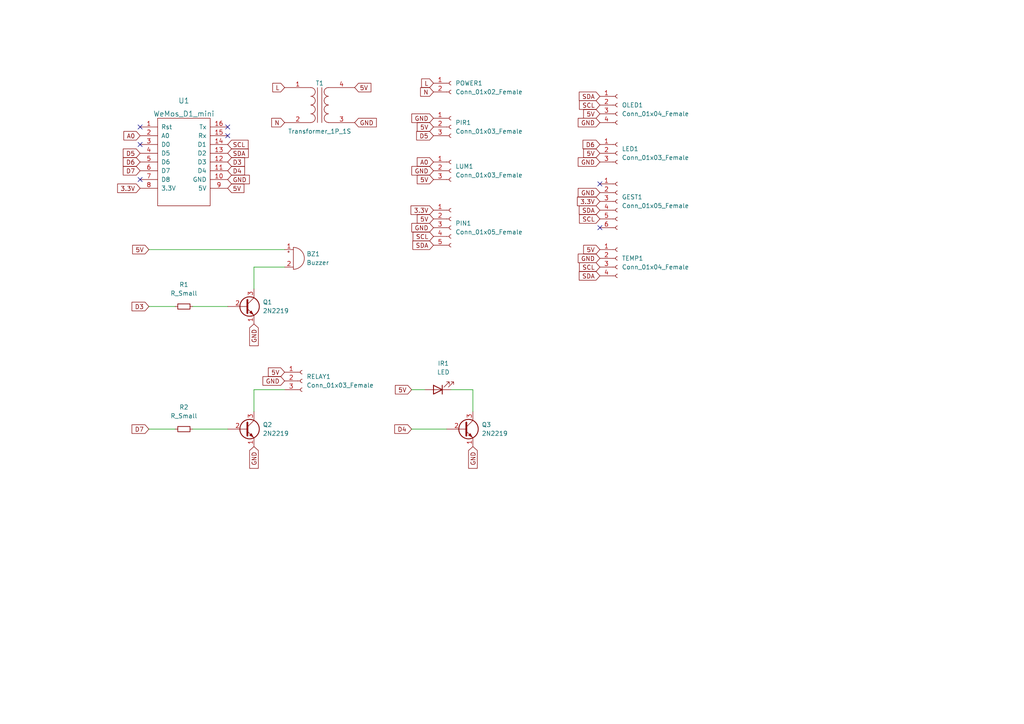
<source format=kicad_sch>
(kicad_sch (version 20211123) (generator eeschema)
  (paper "A4")
  (lib_symbols
    (symbol "Connector:Conn_01x02_Female" (pin_names (offset 1.016) hide)
      (property "Reference" "J" (at 0 2.54 0))
      (property "Value" "Conn_01x02_Female" (at 0 -5.08 0))
      (symbol "Conn_01x02_Female_1_1"
        (arc (start 0 -2.032) (mid -0.508 -2.54) (end 0 -3.048) (stroke (width 0.1524)))
        (polyline (pts (xy -1.27 -2.54) (xy -0.508 -2.54)) (stroke (width 0.1524)))
        (polyline (pts (xy -1.27 0) (xy -0.508 0)) (stroke (width 0.1524)))
        (arc (start 0 0.508) (mid -0.508 0) (end 0 -0.508) (stroke (width 0.1524)))
        (pin passive line (at -5.08 0 0) (length 3.81) (name "Pin_1") (number "1"))
        (pin passive line (at -5.08 -2.54 0) (length 3.81) (name "Pin_2") (number "2"))
      )
    )
    (symbol "Connector:Conn_01x03_Female" (pin_names (offset 1.016) hide)
      (property "Reference" "J" (at 0 5.08 0))
      (property "Value" "Conn_01x03_Female" (at 0 -5.08 0))
      (symbol "Conn_01x03_Female_1_1"
        (arc (start 0 -2.032) (mid -0.508 -2.54) (end 0 -3.048) (stroke (width 0.1524)))
        (polyline (pts (xy -1.27 -2.54) (xy -0.508 -2.54)) (stroke (width 0.1524)))
        (polyline (pts (xy -1.27 0) (xy -0.508 0)) (stroke (width 0.1524)))
        (polyline (pts (xy -1.27 2.54) (xy -0.508 2.54)) (stroke (width 0.1524)))
        (arc (start 0 0.508) (mid -0.508 0) (end 0 -0.508) (stroke (width 0.1524)))
        (arc (start 0 3.048) (mid -0.508 2.54) (end 0 2.032) (stroke (width 0.1524)))
        (pin passive line (at -5.08 2.54 0) (length 3.81) (name "Pin_1") (number "1"))
        (pin passive line (at -5.08 0 0) (length 3.81) (name "Pin_2") (number "2"))
        (pin passive line (at -5.08 -2.54 0) (length 3.81) (name "Pin_3") (number "3"))
      )
    )
    (symbol "Connector:Conn_01x04_Female" (pin_names (offset 1.016) hide)
      (property "Reference" "J" (at 0 5.08 0))
      (property "Value" "Conn_01x04_Female" (at 0 -7.62 0))
      (symbol "Conn_01x04_Female_1_1"
        (arc (start 0 -4.572) (mid -0.508 -5.08) (end 0 -5.588) (stroke (width 0.1524)))
        (arc (start 0 -2.032) (mid -0.508 -2.54) (end 0 -3.048) (stroke (width 0.1524)))
        (polyline (pts (xy -1.27 -5.08) (xy -0.508 -5.08)) (stroke (width 0.1524)))
        (polyline (pts (xy -1.27 -2.54) (xy -0.508 -2.54)) (stroke (width 0.1524)))
        (polyline (pts (xy -1.27 0) (xy -0.508 0)) (stroke (width 0.1524)))
        (polyline (pts (xy -1.27 2.54) (xy -0.508 2.54)) (stroke (width 0.1524)))
        (arc (start 0 0.508) (mid -0.508 0) (end 0 -0.508) (stroke (width 0.1524)))
        (arc (start 0 3.048) (mid -0.508 2.54) (end 0 2.032) (stroke (width 0.1524)))
        (pin passive line (at -5.08 2.54 0) (length 3.81) (name "Pin_1") (number "1"))
        (pin passive line (at -5.08 0 0) (length 3.81) (name "Pin_2") (number "2"))
        (pin passive line (at -5.08 -2.54 0) (length 3.81) (name "Pin_3") (number "3"))
        (pin passive line (at -5.08 -5.08 0) (length 3.81) (name "Pin_4") (number "4"))
      )
    )
    (symbol "Connector:Conn_01x05_Female" (pin_names (offset 1.016) hide)
      (property "Reference" "J" (at 0 7.62 0))
      (property "Value" "Conn_01x05_Female" (at 0 -7.62 0))
      (symbol "Conn_01x05_Female_1_1"
        (arc (start 0 -4.572) (mid -0.508 -5.08) (end 0 -5.588) (stroke (width 0.1524)))
        (arc (start 0 -2.032) (mid -0.508 -2.54) (end 0 -3.048) (stroke (width 0.1524)))
        (polyline (pts (xy -1.27 -5.08) (xy -0.508 -5.08)) (stroke (width 0.1524)))
        (polyline (pts (xy -1.27 -2.54) (xy -0.508 -2.54)) (stroke (width 0.1524)))
        (polyline (pts (xy -1.27 0) (xy -0.508 0)) (stroke (width 0.1524)))
        (polyline (pts (xy -1.27 2.54) (xy -0.508 2.54)) (stroke (width 0.1524)))
        (polyline (pts (xy -1.27 5.08) (xy -0.508 5.08)) (stroke (width 0.1524)))
        (arc (start 0 0.508) (mid -0.508 0) (end 0 -0.508) (stroke (width 0.1524)))
        (arc (start 0 3.048) (mid -0.508 2.54) (end 0 2.032) (stroke (width 0.1524)))
        (arc (start 0 5.588) (mid -0.508 5.08) (end 0 4.572) (stroke (width 0.1524)))
        (pin passive line (at -5.08 5.08 0) (length 3.81) (name "Pin_1") (number "1"))
        (pin passive line (at -5.08 2.54 0) (length 3.81) (name "Pin_2") (number "2"))
        (pin passive line (at -5.08 0 0) (length 3.81) (name "Pin_3") (number "3"))
        (pin passive line (at -5.08 -2.54 0) (length 3.81) (name "Pin_4") (number "4"))
        (pin passive line (at -5.08 -5.08 0) (length 3.81) (name "Pin_5") (number "5"))
      )
    )
    (symbol "Connector:Conn_01x06_Female" (pin_names (offset 1.016) hide)
      (property "Reference" "J" (at 0 7.62 0))
      (property "Value" "Conn_01x06_Female" (at 0 -10.16 0))
      (symbol "Conn_01x06_Female_1_1"
        (arc (start 0 -7.112) (mid -0.508 -7.62) (end 0 -8.128) (stroke (width 0.1524)))
        (arc (start 0 -4.572) (mid -0.508 -5.08) (end 0 -5.588) (stroke (width 0.1524)))
        (arc (start 0 -2.032) (mid -0.508 -2.54) (end 0 -3.048) (stroke (width 0.1524)))
        (polyline (pts (xy -1.27 -7.62) (xy -0.508 -7.62)) (stroke (width 0.1524)))
        (polyline (pts (xy -1.27 -5.08) (xy -0.508 -5.08)) (stroke (width 0.1524)))
        (polyline (pts (xy -1.27 -2.54) (xy -0.508 -2.54)) (stroke (width 0.1524)))
        (polyline (pts (xy -1.27 0) (xy -0.508 0)) (stroke (width 0.1524)))
        (polyline (pts (xy -1.27 2.54) (xy -0.508 2.54)) (stroke (width 0.1524)))
        (polyline (pts (xy -1.27 5.08) (xy -0.508 5.08)) (stroke (width 0.1524)))
        (arc (start 0 0.508) (mid -0.508 0) (end 0 -0.508) (stroke (width 0.1524)))
        (arc (start 0 3.048) (mid -0.508 2.54) (end 0 2.032) (stroke (width 0.1524)))
        (arc (start 0 5.588) (mid -0.508 5.08) (end 0 4.572) (stroke (width 0.1524)))
        (pin passive line (at -5.08 5.08 0) (length 3.81) (name "Pin_1") (number "1"))
        (pin passive line (at -5.08 2.54 0) (length 3.81) (name "Pin_2") (number "2"))
        (pin passive line (at -5.08 0 0) (length 3.81) (name "Pin_3") (number "3"))
        (pin passive line (at -5.08 -2.54 0) (length 3.81) (name "Pin_4") (number "4"))
        (pin passive line (at -5.08 -5.08 0) (length 3.81) (name "Pin_5") (number "5"))
        (pin passive line (at -5.08 -7.62 0) (length 3.81) (name "Pin_6") (number "6"))
      )
    )
    (symbol "Device:Buzzer" (pin_names (offset 0.0254) hide)
      (property "Reference" "BZ" (at 3.81 1.27 0))
      (property "Value" "Buzzer" (at 3.81 -1.27 0))
      (symbol "Buzzer_0_1"
        (arc (start 0 -3.175) (mid 3.175 0) (end 0 3.175))
        (polyline (pts (xy -1.651 1.905) (xy -1.143 1.905)))
        (polyline (pts (xy -1.397 2.159) (xy -1.397 1.651)))
        (polyline (pts (xy 0 3.175) (xy 0 -3.175)))
      )
      (symbol "Buzzer_1_1"
        (pin passive line (at -2.54 2.54 0) (length 2.54) (name "-") (number "1"))
        (pin passive line (at -2.54 -2.54 0) (length 2.54) (name "+") (number "2"))
      )
    )
    (symbol "Device:LED" (pin_numbers hide) (pin_names (offset 1.016) hide)
      (property "Reference" "D" (at 0 2.54 0))
      (property "Value" "LED" (at 0 -2.54 0))
      (symbol "LED_0_1"
        (polyline (pts (xy -1.27 -1.27) (xy -1.27 1.27)) (stroke (width 0.254)))
        (polyline (pts (xy -1.27 0) (xy 1.27 0)))
        (polyline (pts (xy 1.27 -1.27) (xy 1.27 1.27) (xy -1.27 0) (xy 1.27 -1.27)) (stroke (width 0.254)))
        (polyline (pts (xy -3.048 -0.762) (xy -4.572 -2.286) (xy -3.81 -2.286) (xy -4.572 -2.286) (xy -4.572 -1.524)))
        (polyline (pts (xy -1.778 -0.762) (xy -3.302 -2.286) (xy -2.54 -2.286) (xy -3.302 -2.286) (xy -3.302 -1.524)))
      )
      (symbol "LED_1_1"
        (pin passive line (at -3.81 0 0) (length 2.54) (name "K") (number "1"))
        (pin passive line (at 3.81 0 180) (length 2.54) (name "A") (number "2"))
      )
    )
    (symbol "Device:R_Small" (pin_numbers hide) (pin_names (offset 0.254) hide)
      (property "Reference" "R" (at 0.762 0.508 0))
      (property "Value" "R_Small" (at 0.762 -1.016 0))
      (symbol "R_Small_0_1"
        (rectangle (start -0.762 1.778) (end 0.762 -1.778) (stroke (width 0.2032)))
      )
      (symbol "R_Small_1_1"
        (pin passive line (at 0 2.54 270) (length 0.762) (name "~") (number "1"))
        (pin passive line (at 0 -2.54 90) (length 0.762) (name "~") (number "2"))
      )
    )
    (symbol "Transistor_BJT:2N2219" (pin_names (offset 0) hide)
      (property "Reference" "Q" (at 5.08 1.905 0))
      (property "Value" "2N2219" (at 5.08 0 0))
      (symbol "2N2219_0_1"
        (polyline (pts (xy 0.635 0.635) (xy 2.54 2.54)))
        (polyline (pts (xy 0.635 -0.635) (xy 2.54 -2.54) (xy 2.54 -2.54)))
        (polyline (pts (xy 0.635 1.905) (xy 0.635 -1.905) (xy 0.635 -1.905)) (stroke (width 0.508)))
        (polyline (pts (xy 1.27 -1.778) (xy 1.778 -1.27) (xy 2.286 -2.286) (xy 1.27 -1.778) (xy 1.27 -1.778)) (fill (type outline)))
        (circle (center 1.27 0) (radius 2.8194) (stroke (width 0.254)))
      )
      (symbol "2N2219_1_1"
        (pin passive line (at 2.54 -5.08 90) (length 2.54) (name "E") (number "1"))
        (pin passive line (at -5.08 0 0) (length 5.715) (name "B") (number "2"))
        (pin passive line (at 2.54 5.08 270) (length 2.54) (name "C") (number "3"))
      )
    )
    (symbol "custom:Transformer_1P_1S" (pin_names (offset 1.016) hide)
      (property "Reference" "T" (at 0 6.35 0))
      (property "Value" "Transformer_1P_1S" (at 0 -7.62 0))
      (symbol "Transformer_1P_1S_0_1"
        (arc (start -2.54 -5.0546) (mid -1.6599 -4.6901) (end -1.27 -3.81))
        (arc (start -2.54 -2.5146) (mid -1.6599 -2.1501) (end -1.27 -1.27))
        (arc (start -2.54 0.0254) (mid -1.6599 0.3899) (end -1.27 1.27))
        (arc (start -2.54 2.5654) (mid -1.6599 2.9299) (end -1.27 3.81))
        (arc (start -1.27 -3.81) (mid -1.642 -2.912) (end -2.54 -2.54))
        (arc (start -1.27 -1.27) (mid -1.642 -0.372) (end -2.54 0))
        (arc (start -1.27 1.27) (mid -1.642 2.168) (end -2.54 2.54))
        (arc (start -1.27 3.81) (mid -1.642 4.708) (end -2.54 5.08))
        (polyline (pts (xy -0.635 5.08) (xy -0.635 -5.08)))
        (polyline (pts (xy 0.635 -5.08) (xy 0.635 5.08)))
        (arc (start 1.2954 -1.27) (mid 1.6599 -2.1501) (end 2.54 -2.5146))
        (arc (start 1.2954 1.27) (mid 1.6599 0.3899) (end 2.54 0.0254))
        (arc (start 1.2954 3.81) (mid 1.6599 2.9299) (end 2.54 2.5654))
        (arc (start 1.3208 -3.81) (mid 1.6853 -4.6901) (end 2.5654 -5.0546))
        (arc (start 2.54 0) (mid 1.642 -0.372) (end 1.2954 -1.27))
        (arc (start 2.54 2.54) (mid 1.642 2.168) (end 1.2954 1.27))
        (arc (start 2.54 5.08) (mid 1.642 4.708) (end 1.2954 3.81))
        (arc (start 2.5654 -2.54) (mid 1.6674 -2.912) (end 1.3208 -3.81))
      )
      (symbol "Transformer_1P_1S_1_1"
        (pin passive line (at -10.16 5.08 0) (length 7.62) (name "AA") (number "1"))
        (pin passive line (at -10.16 -5.08 0) (length 7.62) (name "AB") (number "2"))
        (pin power_out line (at 10.16 -5.08 180) (length 7.62) (name "SA") (number "3"))
        (pin power_out line (at 10.16 5.08 180) (length 7.62) (name "SB") (number "4"))
      )
    )
    (symbol "wemos_mini:WeMos_D1_mini" (pin_names (offset 1.016))
      (property "Reference" "U" (at 0 12.7 0))
      (property "Value" "WeMos_D1_mini" (at 0 -12.7 0))
      (symbol "WeMos_D1_mini_0_1"
        (rectangle (start -7.62 11.43) (end 7.62 -13.97))
      )
      (symbol "WeMos_D1_mini_1_1"
        (pin bidirectional line (at -12.7 8.89 0) (length 5.08) (name "Rst") (number "1"))
        (pin power_in line (at 12.7 -6.35 180) (length 5.08) (name "GND") (number "10"))
        (pin bidirectional line (at 12.7 -3.81 180) (length 5.08) (name "D4") (number "11"))
        (pin bidirectional line (at 12.7 -1.27 180) (length 5.08) (name "D3") (number "12"))
        (pin bidirectional line (at 12.7 1.27 180) (length 5.08) (name "D2") (number "13"))
        (pin bidirectional line (at 12.7 3.81 180) (length 5.08) (name "D1") (number "14"))
        (pin bidirectional line (at 12.7 6.35 180) (length 5.08) (name "Rx") (number "15"))
        (pin bidirectional line (at 12.7 8.89 180) (length 5.08) (name "Tx") (number "16"))
        (pin bidirectional line (at -12.7 6.35 0) (length 5.08) (name "A0") (number "2"))
        (pin bidirectional line (at -12.7 3.81 0) (length 5.08) (name "D0") (number "3"))
        (pin bidirectional line (at -12.7 1.27 0) (length 5.08) (name "D5") (number "4"))
        (pin bidirectional line (at -12.7 -1.27 0) (length 5.08) (name "D6") (number "5"))
        (pin bidirectional line (at -12.7 -3.81 0) (length 5.08) (name "D7") (number "6"))
        (pin bidirectional line (at -12.7 -6.35 0) (length 5.08) (name "D8") (number "7"))
        (pin power_out line (at -12.7 -8.89 0) (length 5.08) (name "3.3V") (number "8"))
        (pin power_in line (at 12.7 -8.89 180) (length 5.08) (name "5V") (number "9"))
      )
    )
  )
  (no_connect (at 40.64 52.07))
  (no_connect (at 66.04 39.37))
  (no_connect (at 40.64 36.83))
  (no_connect (at 66.04 36.83))
  (no_connect (at 40.64 41.91))
  (no_connect (at 173.99 53.34))
  (no_connect (at 173.99 66.04))
  (wire (pts (xy 55.88 88.9) (xy 66.04 88.9)))
  (wire (pts (xy 55.88 124.46) (xy 66.04 124.46)))
  (wire (pts (xy 43.18 72.39) (xy 82.55 72.39)))
  (wire (pts (xy 119.38 124.46) (xy 129.54 124.46)))
  (wire (pts (xy 137.16 113.03) (xy 137.16 119.38)))
  (wire (pts (xy 130.81 113.03) (xy 137.16 113.03)))
  (wire (pts (xy 82.55 77.47) (xy 73.66 77.47)))
  (wire (pts (xy 73.66 77.47) (xy 73.66 83.82)))
  (wire (pts (xy 43.18 88.9) (xy 50.8 88.9)))
  (wire (pts (xy 82.55 113.03) (xy 73.66 113.03)))
  (wire (pts (xy 43.18 124.46) (xy 50.8 124.46)))
  (wire (pts (xy 73.66 113.03) (xy 73.66 119.38)))
  (wire (pts (xy 119.38 113.03) (xy 123.19 113.03)))
  (global_label "GND" (shape input) (at 173.99 74.93 180) (property "Intersheet References" "${INTERSHEET_REFS}" (effects hide)))
  (global_label "D4" (shape input) (at 66.04 49.53 0) (property "Intersheet References" "${INTERSHEET_REFS}" (effects hide)))
  (global_label "GND" (shape input) (at 137.16 129.54 270) (property "Intersheet References" "${INTERSHEET_REFS}" (effects hide)))
  (global_label "L" (shape input) (at 82.55 25.4 180) (property "Intersheet References" "${INTERSHEET_REFS}" (effects hide)))
  (global_label "5V" (shape input) (at 173.99 72.39 180) (property "Intersheet References" "${INTERSHEET_REFS}" (effects hide)))
  (global_label "SCL" (shape input) (at 125.73 68.58 180) (property "Intersheet References" "${INTERSHEET_REFS}" (effects hide)))
  (global_label "3.3V" (shape input) (at 40.64 54.61 180) (property "Intersheet References" "${INTERSHEET_REFS}" (effects hide)))
  (global_label "3.3V" (shape input) (at 173.99 58.42 180) (property "Intersheet References" "${INTERSHEET_REFS}" (effects hide)))
  (global_label "SDA" (shape input) (at 173.99 80.01 180) (property "Intersheet References" "${INTERSHEET_REFS}" (effects hide)))
  (global_label "D3" (shape input) (at 66.04 46.99 0) (property "Intersheet References" "${INTERSHEET_REFS}" (effects hide)))
  (global_label "SDA" (shape input) (at 173.99 27.94 180) (property "Intersheet References" "${INTERSHEET_REFS}" (effects hide)))
  (global_label "A0" (shape input) (at 40.64 39.37 180) (property "Intersheet References" "${INTERSHEET_REFS}" (effects hide)))
  (global_label "SCL" (shape input) (at 66.04 41.91 0) (property "Intersheet References" "${INTERSHEET_REFS}" (effects hide)))
  (global_label "D7" (shape input) (at 40.64 49.53 180) (property "Intersheet References" "${INTERSHEET_REFS}" (effects hide)))
  (global_label "D5" (shape input) (at 125.73 39.37 180) (property "Intersheet References" "${INTERSHEET_REFS}" (effects hide)))
  (global_label "5V" (shape input) (at 102.87 25.4 0) (property "Intersheet References" "${INTERSHEET_REFS}" (effects hide)))
  (global_label "5V" (shape input) (at 119.38 113.03 180) (property "Intersheet References" "${INTERSHEET_REFS}" (effects hide)))
  (global_label "GND" (shape input) (at 125.73 49.53 180) (property "Intersheet References" "${INTERSHEET_REFS}" (effects hide)))
  (global_label "SDA" (shape input) (at 66.04 44.45 0) (property "Intersheet References" "${INTERSHEET_REFS}" (effects hide)))
  (global_label "SDA" (shape input) (at 125.73 71.12 180) (property "Intersheet References" "${INTERSHEET_REFS}" (effects hide)))
  (global_label "GND" (shape input) (at 102.87 35.56 0) (property "Intersheet References" "${INTERSHEET_REFS}" (effects hide)))
  (global_label "5V" (shape input) (at 125.73 36.83 180) (property "Intersheet References" "${INTERSHEET_REFS}" (effects hide)))
  (global_label "D6" (shape input) (at 173.99 41.91 180) (property "Intersheet References" "${INTERSHEET_REFS}" (effects hide)))
  (global_label "N" (shape input) (at 125.73 26.67 180) (property "Intersheet References" "${INTERSHEET_REFS}" (effects hide)))
  (global_label "GND" (shape input) (at 125.73 66.04 180) (property "Intersheet References" "${INTERSHEET_REFS}" (effects hide)))
  (global_label "D6" (shape input) (at 40.64 46.99 180) (property "Intersheet References" "${INTERSHEET_REFS}" (effects hide)))
  (global_label "GND" (shape input) (at 66.04 52.07 0) (property "Intersheet References" "${INTERSHEET_REFS}" (effects hide)))
  (global_label "5V" (shape input) (at 66.04 54.61 0) (property "Intersheet References" "${INTERSHEET_REFS}" (effects hide)))
  (global_label "GND" (shape input) (at 173.99 35.56 180) (property "Intersheet References" "${INTERSHEET_REFS}" (effects hide)))
  (global_label "GND" (shape input) (at 73.66 93.98 270) (property "Intersheet References" "${INTERSHEET_REFS}" (effects hide)))
  (global_label "5V" (shape input) (at 43.18 72.39 180) (property "Intersheet References" "${INTERSHEET_REFS}" (effects hide)))
  (global_label "GND" (shape input) (at 173.99 55.88 180) (property "Intersheet References" "${INTERSHEET_REFS}" (effects hide)))
  (global_label "GND" (shape input) (at 73.66 129.54 270) (property "Intersheet References" "${INTERSHEET_REFS}" (effects hide)))
  (global_label "5V" (shape input) (at 173.99 44.45 180) (property "Intersheet References" "${INTERSHEET_REFS}" (effects hide)))
  (global_label "N" (shape input) (at 82.55 35.56 180) (property "Intersheet References" "${INTERSHEET_REFS}" (effects hide)))
  (global_label "3.3V" (shape input) (at 125.73 60.96 180) (property "Intersheet References" "${INTERSHEET_REFS}" (effects hide)))
  (global_label "SCL" (shape input) (at 173.99 63.5 180) (property "Intersheet References" "${INTERSHEET_REFS}" (effects hide)))
  (global_label "D7" (shape input) (at 43.18 124.46 180) (property "Intersheet References" "${INTERSHEET_REFS}" (effects hide)))
  (global_label "GND" (shape input) (at 173.99 46.99 180) (property "Intersheet References" "${INTERSHEET_REFS}" (effects hide)))
  (global_label "A0" (shape input) (at 125.73 46.99 180) (property "Intersheet References" "${INTERSHEET_REFS}" (effects hide)))
  (global_label "SCL" (shape input) (at 173.99 77.47 180) (property "Intersheet References" "${INTERSHEET_REFS}" (effects hide)))
  (global_label "L" (shape input) (at 125.73 24.13 180) (property "Intersheet References" "${INTERSHEET_REFS}" (effects hide)))
  (global_label "SDA" (shape input) (at 173.99 60.96 180) (property "Intersheet References" "${INTERSHEET_REFS}" (effects hide)))
  (global_label "GND" (shape input) (at 125.73 34.29 180) (property "Intersheet References" "${INTERSHEET_REFS}" (effects hide)))
  (global_label "D3" (shape input) (at 43.18 88.9 180) (property "Intersheet References" "${INTERSHEET_REFS}" (effects hide)))
  (global_label "5V" (shape input) (at 82.55 107.95 180) (property "Intersheet References" "${INTERSHEET_REFS}" (effects hide)))
  (global_label "D4" (shape input) (at 119.38 124.46 180) (property "Intersheet References" "${INTERSHEET_REFS}" (effects hide)))
  (global_label "5V" (shape input) (at 173.99 33.02 180) (property "Intersheet References" "${INTERSHEET_REFS}" (effects hide)))
  (global_label "D5" (shape input) (at 40.64 44.45 180) (property "Intersheet References" "${INTERSHEET_REFS}" (effects hide)))
  (global_label "SCL" (shape input) (at 173.99 30.48 180) (property "Intersheet References" "${INTERSHEET_REFS}" (effects hide)))
  (global_label "5V" (shape input) (at 125.73 63.5 180) (property "Intersheet References" "${INTERSHEET_REFS}" (effects hide)))
  (global_label "GND" (shape input) (at 82.55 110.49 180) (property "Intersheet References" "${INTERSHEET_REFS}" (effects hide)))
  (global_label "5V" (shape input) (at 125.73 52.07 180) (property "Intersheet References" "${INTERSHEET_REFS}" (effects hide)))
  (symbol (lib_id "custom:Transformer_1P_1S") (at 92.71 30.48 0) (unit 1)
    (property "Reference" "T1" (at 92.71 24.13 0))
    (property "Value" "Transformer_1P_1S" (at 92.71 38.1 0))
    (property "Footprint" "internal:220v AC to 5v DC Transformer" (effects hide))
  )
  (symbol (lib_id "Device:R_Small") (at 53.34 124.46 90) (unit 1)
    (property "Reference" "R2" (at 53.34 118.11 90))
    (property "Value" "R_Small" (at 53.34 120.65 90))
    (property "Footprint" "Resistor_THT:R_Axial_DIN0207_L6.3mm_D2.5mm_P10.16mm_Horizontal" (effects hide))
  )
  (symbol (lib_id "Transistor_BJT:2N2219") (at 71.12 124.46 0) (unit 1)
    (property "Reference" "Q2" (at 76.2 123.1899 0) (effects (justify left)))
    (property "Value" "2N2219" (at 76.2 125.7299 0) (effects (justify left)))
    (property "Footprint" "Package_TO_SOT_THT:TO-92L_Inline" (effects hide))
    (property "Datasheet" "http://www.onsemi.com/pub_link/Collateral/2N2219-D.PDF" (effects hide))
  )
  (symbol (lib_id "Connector:Conn_01x06_Female") (at 179.07 58.42 0) (unit 1)
    (property "Reference" "GEST1" (at 180.34 57.1499 0) (effects (justify left)))
    (property "Value" "Conn_01x05_Female" (at 180.34 59.6899 0) (effects (justify left)))
    (property "Footprint" "internal:APDS9960" (effects hide))
  )
  (symbol (lib_id "Connector:Conn_01x04_Female") (at 179.07 74.93 0) (unit 1)
    (property "Reference" "TEMP1" (at 180.34 74.9299 0) (effects (justify left)))
    (property "Value" "Conn_01x04_Female" (at 180.34 77.4699 0) (effects (justify left)))
    (property "Footprint" "Connector_JST:JST_XH_B4B-XH-AM_1x04_P2.50mm_Vertical" (effects hide))
  )
  (symbol (lib_id "Connector:Conn_01x04_Female") (at 179.07 30.48 0) (unit 1)
    (property "Reference" "OLED1" (at 180.34 30.4799 0) (effects (justify left)))
    (property "Value" "Conn_01x04_Female" (at 180.34 33.0199 0) (effects (justify left)))
    (property "Footprint" "internal:SSD1306 OLED 128x32" (effects hide))
  )
  (symbol (lib_id "Connector:Conn_01x05_Female") (at 130.81 66.04 0) (unit 1)
    (property "Reference" "PIN1" (at 132.08 64.7699 0) (effects (justify left)))
    (property "Value" "Conn_01x05_Female" (at 132.08 67.3099 0) (effects (justify left)))
    (property "Footprint" "Connector_PinHeader_2.54mm:PinHeader_1x05_P2.54mm_Vertical" (effects hide))
  )
  (symbol (lib_id "Device:Buzzer") (at 85.09 74.93 0) (unit 1)
    (property "Reference" "BZ1" (at 88.9 73.6599 0) (effects (justify left)))
    (property "Value" "Buzzer" (at 88.9 76.1999 0) (effects (justify left)))
    (property "Footprint" "Buzzer_Beeper:Buzzer_12x9.5RM7.6" (effects hide))
  )
  (symbol (lib_id "Device:LED") (at 127 113.03 180) (unit 1)
    (property "Reference" "IR1" (at 128.5875 105.41 0))
    (property "Value" "LED" (at 128.5875 107.95 0))
    (property "Footprint" "LED_THT:LED_D5.0mm" (effects hide))
  )
  (symbol (lib_id "Device:R_Small") (at 53.34 88.9 90) (unit 1)
    (property "Reference" "R1" (at 53.34 82.55 90))
    (property "Value" "R_Small" (at 53.34 85.09 90))
    (property "Footprint" "Resistor_THT:R_Axial_DIN0207_L6.3mm_D2.5mm_P10.16mm_Horizontal" (effects hide))
  )
  (symbol (lib_id "Connector:Conn_01x03_Female") (at 87.63 110.49 0) (unit 1)
    (property "Reference" "RELAY1" (at 88.9 109.2199 0) (effects (justify left)))
    (property "Value" "Conn_01x03_Female" (at 88.9 111.7599 0) (effects (justify left)))
    (property "Footprint" "Connector_PinHeader_2.54mm:PinHeader_1x03_P2.54mm_Vertical" (effects hide))
  )
  (symbol (lib_id "Transistor_BJT:2N2219") (at 71.12 88.9 0) (unit 1)
    (property "Reference" "Q1" (at 76.2 87.6299 0) (effects (justify left)))
    (property "Value" "2N2219" (at 76.2 90.1699 0) (effects (justify left)))
    (property "Footprint" "Package_TO_SOT_THT:TO-92L_Inline" (effects hide))
    (property "Datasheet" "http://www.onsemi.com/pub_link/Collateral/2N2219-D.PDF" (effects hide))
  )
  (symbol (lib_id "Transistor_BJT:2N2219") (at 134.62 124.46 0) (unit 1)
    (property "Reference" "Q3" (at 139.7 123.1899 0) (effects (justify left)))
    (property "Value" "2N2219" (at 139.7 125.7299 0) (effects (justify left)))
    (property "Footprint" "Package_TO_SOT_THT:TO-92L_Inline" (effects hide))
    (property "Datasheet" "http://www.onsemi.com/pub_link/Collateral/2N2219-D.PDF" (effects hide))
  )
  (symbol (lib_id "Connector:Conn_01x02_Female") (at 130.81 24.13 0) (unit 1)
    (property "Reference" "POWER1" (at 132.08 24.1299 0) (effects (justify left)))
    (property "Value" "Conn_01x02_Female" (at 132.08 26.6699 0) (effects (justify left)))
    (property "Footprint" "TerminalBlock_MetzConnect:TerminalBlock_MetzConnect_Type094_RT03502HBLU_1x02_P5.00mm_Horizontal" (effects hide))
  )
  (symbol (lib_id "Connector:Conn_01x03_Female") (at 130.81 49.53 0) (unit 1)
    (property "Reference" "LUM1" (at 132.08 48.2599 0) (effects (justify left)))
    (property "Value" "Conn_01x03_Female" (at 132.08 50.7999 0) (effects (justify left)))
    (property "Footprint" "internal:TEMT6000" (effects hide))
  )
  (symbol (lib_id "Connector:Conn_01x03_Female") (at 130.81 36.83 0) (unit 1)
    (property "Reference" "PIR1" (at 132.08 35.5599 0) (effects (justify left)))
    (property "Value" "Conn_01x03_Female" (at 132.08 38.0999 0) (effects (justify left)))
    (property "Footprint" "internal:SR602" (effects hide))
  )
  (symbol (lib_id "wemos_mini:WeMos_D1_mini") (at 53.34 45.72 0) (unit 1)
    (property "Reference" "U1" (at 53.34 29.21 0) (effects (font (size 1.524 1.524))))
    (property "Value" "WeMos_D1_mini" (at 53.34 33.02 0) (effects (font (size 1.524 1.524))))
    (property "Footprint" "wemos-d1-mini:wemos-d1-mini-with-pin-header" (effects hide))
  )
  (symbol (lib_id "Connector:Conn_01x03_Female") (at 179.07 44.45 0) (unit 1)
    (property "Reference" "LED1" (at 180.34 43.1799 0) (effects (justify left)))
    (property "Value" "Conn_01x03_Female" (at 180.34 45.7199 0) (effects (justify left)))
    (property "Footprint" "internal:LED ring" (effects hide))
  )
)
</source>
